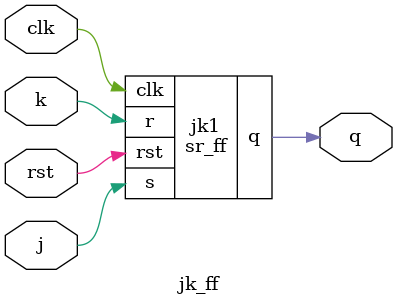
<source format=v>
module sr_ff(
input s,r,clk,rst,
output reg q);
always @(posedge clk or posedge rst)
begin 
if(rst)
q<=1'b0;
else
case({s,r})
2'b00:q<=q;
2'b01:q<=1'b0;
2'b10:q<=1'b1;
2'b11:q<=1'bx;
endcase
end
endmodule


module jk_ff(
input j,k,clk,rst,
output q);
assign s = j&q;
assign r = k &~q;
sr_ff jk1(
.s(j),
.r(k),
.clk(clk),
.rst(rst),
.q(q));
endmodule


</source>
